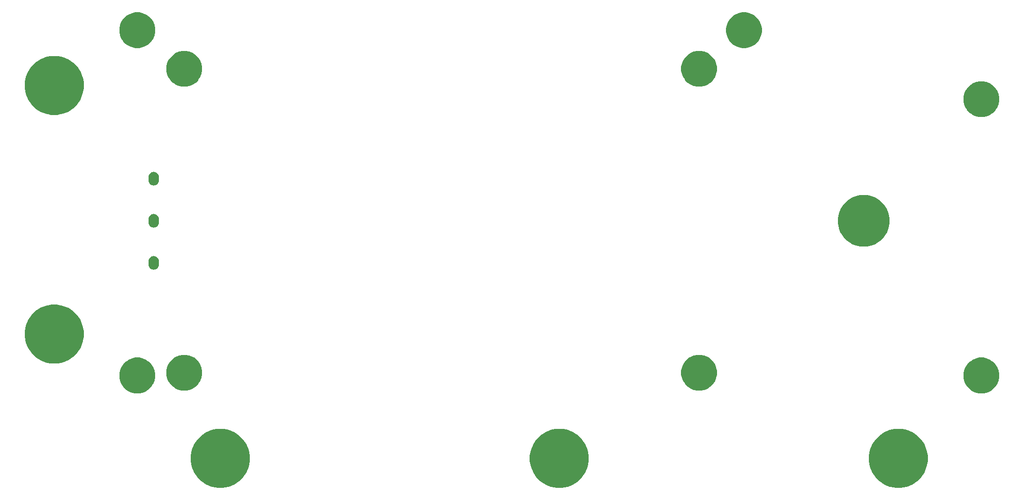
<source format=gbr>
G04 #@! TF.GenerationSoftware,KiCad,Pcbnew,(5.1.4)-1*
G04 #@! TF.CreationDate,2020-03-27T13:23:33-04:00*
G04 #@! TF.ProjectId,stepUP_lcd,73746570-5550-45f6-9c63-642e6b696361,rev?*
G04 #@! TF.SameCoordinates,Original*
G04 #@! TF.FileFunction,Soldermask,Top*
G04 #@! TF.FilePolarity,Negative*
%FSLAX46Y46*%
G04 Gerber Fmt 4.6, Leading zero omitted, Abs format (unit mm)*
G04 Created by KiCad (PCBNEW (5.1.4)-1) date 2020-03-27 13:23:33*
%MOMM*%
%LPD*%
G04 APERTURE LIST*
%ADD10C,0.100000*%
G04 APERTURE END LIST*
D10*
G36*
X207033584Y-112713185D02*
G01*
X207807069Y-112867040D01*
X208778540Y-113269437D01*
X209652836Y-113853623D01*
X209652838Y-113853625D01*
X209652841Y-113853627D01*
X210396373Y-114597159D01*
X210396375Y-114597162D01*
X210396377Y-114597164D01*
X210980563Y-115471460D01*
X211382960Y-116442931D01*
X211588100Y-117474244D01*
X211588100Y-118525756D01*
X211382960Y-119557069D01*
X210980563Y-120528540D01*
X210396377Y-121402836D01*
X210396375Y-121402838D01*
X210396373Y-121402841D01*
X209652841Y-122146373D01*
X209652838Y-122146375D01*
X209652836Y-122146377D01*
X208778540Y-122730563D01*
X207807069Y-123132960D01*
X207033584Y-123286815D01*
X206775757Y-123338100D01*
X205724243Y-123338100D01*
X205466416Y-123286815D01*
X204692931Y-123132960D01*
X203721460Y-122730563D01*
X202847164Y-122146377D01*
X202847162Y-122146375D01*
X202847159Y-122146373D01*
X202103627Y-121402841D01*
X202103625Y-121402838D01*
X202103623Y-121402836D01*
X201519437Y-120528540D01*
X201117040Y-119557069D01*
X200911900Y-118525756D01*
X200911900Y-117474244D01*
X201117040Y-116442931D01*
X201519437Y-115471460D01*
X202103623Y-114597164D01*
X202103625Y-114597162D01*
X202103627Y-114597159D01*
X202847159Y-113853627D01*
X202847162Y-113853625D01*
X202847164Y-113853623D01*
X203721460Y-113269437D01*
X204692931Y-112867040D01*
X205466416Y-112713185D01*
X205724243Y-112661900D01*
X206775757Y-112661900D01*
X207033584Y-112713185D01*
X207033584Y-112713185D01*
G37*
G36*
X84533584Y-112713185D02*
G01*
X85307069Y-112867040D01*
X86278540Y-113269437D01*
X87152836Y-113853623D01*
X87152838Y-113853625D01*
X87152841Y-113853627D01*
X87896373Y-114597159D01*
X87896375Y-114597162D01*
X87896377Y-114597164D01*
X88480563Y-115471460D01*
X88882960Y-116442931D01*
X89088100Y-117474244D01*
X89088100Y-118525756D01*
X88882960Y-119557069D01*
X88480563Y-120528540D01*
X87896377Y-121402836D01*
X87896375Y-121402838D01*
X87896373Y-121402841D01*
X87152841Y-122146373D01*
X87152838Y-122146375D01*
X87152836Y-122146377D01*
X86278540Y-122730563D01*
X85307069Y-123132960D01*
X84533584Y-123286815D01*
X84275757Y-123338100D01*
X83224243Y-123338100D01*
X82966416Y-123286815D01*
X82192931Y-123132960D01*
X81221460Y-122730563D01*
X80347164Y-122146377D01*
X80347162Y-122146375D01*
X80347159Y-122146373D01*
X79603627Y-121402841D01*
X79603625Y-121402838D01*
X79603623Y-121402836D01*
X79019437Y-120528540D01*
X78617040Y-119557069D01*
X78411900Y-118525756D01*
X78411900Y-117474244D01*
X78617040Y-116442931D01*
X79019437Y-115471460D01*
X79603623Y-114597164D01*
X79603625Y-114597162D01*
X79603627Y-114597159D01*
X80347159Y-113853627D01*
X80347162Y-113853625D01*
X80347164Y-113853623D01*
X81221460Y-113269437D01*
X82192931Y-112867040D01*
X82966416Y-112713185D01*
X83224243Y-112661900D01*
X84275757Y-112661900D01*
X84533584Y-112713185D01*
X84533584Y-112713185D01*
G37*
G36*
X145783584Y-112713185D02*
G01*
X146557069Y-112867040D01*
X147528540Y-113269437D01*
X148402836Y-113853623D01*
X148402838Y-113853625D01*
X148402841Y-113853627D01*
X149146373Y-114597159D01*
X149146375Y-114597162D01*
X149146377Y-114597164D01*
X149730563Y-115471460D01*
X150132960Y-116442931D01*
X150338100Y-117474244D01*
X150338100Y-118525756D01*
X150132960Y-119557069D01*
X149730563Y-120528540D01*
X149146377Y-121402836D01*
X149146375Y-121402838D01*
X149146373Y-121402841D01*
X148402841Y-122146373D01*
X148402838Y-122146375D01*
X148402836Y-122146377D01*
X147528540Y-122730563D01*
X146557069Y-123132960D01*
X145783584Y-123286815D01*
X145525757Y-123338100D01*
X144474243Y-123338100D01*
X144216416Y-123286815D01*
X143442931Y-123132960D01*
X142471460Y-122730563D01*
X141597164Y-122146377D01*
X141597162Y-122146375D01*
X141597159Y-122146373D01*
X140853627Y-121402841D01*
X140853625Y-121402838D01*
X140853623Y-121402836D01*
X140269437Y-120528540D01*
X139867040Y-119557069D01*
X139661900Y-118525756D01*
X139661900Y-117474244D01*
X139867040Y-116442931D01*
X140269437Y-115471460D01*
X140853623Y-114597164D01*
X140853625Y-114597162D01*
X140853627Y-114597159D01*
X141597159Y-113853627D01*
X141597162Y-113853625D01*
X141597164Y-113853623D01*
X142471460Y-113269437D01*
X143442931Y-112867040D01*
X144216416Y-112713185D01*
X144474243Y-112661900D01*
X145525757Y-112661900D01*
X145783584Y-112713185D01*
X145783584Y-112713185D01*
G37*
G36*
X69694519Y-99886338D02*
G01*
X69694521Y-99886339D01*
X69694522Y-99886339D01*
X70283817Y-100130433D01*
X70634999Y-100365086D01*
X70814169Y-100484803D01*
X71265197Y-100935831D01*
X71285478Y-100966184D01*
X71619567Y-101466183D01*
X71863661Y-102055478D01*
X71988100Y-102681076D01*
X71988100Y-103318924D01*
X71863661Y-103944522D01*
X71619567Y-104533817D01*
X71599286Y-104564169D01*
X71265197Y-105064169D01*
X70814169Y-105515197D01*
X70666807Y-105613661D01*
X70283817Y-105869567D01*
X69694522Y-106113661D01*
X69694521Y-106113661D01*
X69694519Y-106113662D01*
X69068925Y-106238100D01*
X68431075Y-106238100D01*
X67805481Y-106113662D01*
X67805479Y-106113661D01*
X67805478Y-106113661D01*
X67216183Y-105869567D01*
X66833193Y-105613661D01*
X66685831Y-105515197D01*
X66234803Y-105064169D01*
X65900714Y-104564169D01*
X65880433Y-104533817D01*
X65636339Y-103944522D01*
X65511900Y-103318924D01*
X65511900Y-102681076D01*
X65636339Y-102055478D01*
X65880433Y-101466183D01*
X66214522Y-100966184D01*
X66234803Y-100935831D01*
X66685831Y-100484803D01*
X66865001Y-100365086D01*
X67216183Y-100130433D01*
X67805478Y-99886339D01*
X67805479Y-99886339D01*
X67805481Y-99886338D01*
X68431075Y-99761900D01*
X69068925Y-99761900D01*
X69694519Y-99886338D01*
X69694519Y-99886338D01*
G37*
G36*
X222194519Y-99886338D02*
G01*
X222194521Y-99886339D01*
X222194522Y-99886339D01*
X222783817Y-100130433D01*
X223134999Y-100365086D01*
X223314169Y-100484803D01*
X223765197Y-100935831D01*
X223785478Y-100966184D01*
X224119567Y-101466183D01*
X224363661Y-102055478D01*
X224488100Y-102681076D01*
X224488100Y-103318924D01*
X224363661Y-103944522D01*
X224119567Y-104533817D01*
X224099286Y-104564169D01*
X223765197Y-105064169D01*
X223314169Y-105515197D01*
X223166807Y-105613661D01*
X222783817Y-105869567D01*
X222194522Y-106113661D01*
X222194521Y-106113661D01*
X222194519Y-106113662D01*
X221568925Y-106238100D01*
X220931075Y-106238100D01*
X220305481Y-106113662D01*
X220305479Y-106113661D01*
X220305478Y-106113661D01*
X219716183Y-105869567D01*
X219333193Y-105613661D01*
X219185831Y-105515197D01*
X218734803Y-105064169D01*
X218400714Y-104564169D01*
X218380433Y-104533817D01*
X218136339Y-103944522D01*
X218011900Y-103318924D01*
X218011900Y-102681076D01*
X218136339Y-102055478D01*
X218380433Y-101466183D01*
X218714522Y-100966184D01*
X218734803Y-100935831D01*
X219185831Y-100484803D01*
X219365001Y-100365086D01*
X219716183Y-100130433D01*
X220305478Y-99886339D01*
X220305479Y-99886339D01*
X220305481Y-99886338D01*
X220931075Y-99761900D01*
X221568925Y-99761900D01*
X222194519Y-99886338D01*
X222194519Y-99886338D01*
G37*
G36*
X171194519Y-99386338D02*
G01*
X171194521Y-99386339D01*
X171194522Y-99386339D01*
X171783817Y-99630433D01*
X171980571Y-99761900D01*
X172314169Y-99984803D01*
X172765197Y-100435831D01*
X172765200Y-100435836D01*
X173119567Y-100966183D01*
X173363661Y-101555478D01*
X173488100Y-102181076D01*
X173488100Y-102818924D01*
X173363661Y-103444522D01*
X173119567Y-104033817D01*
X172884914Y-104384999D01*
X172765197Y-104564169D01*
X172314169Y-105015197D01*
X172240877Y-105064169D01*
X171783817Y-105369567D01*
X171194522Y-105613661D01*
X171194521Y-105613661D01*
X171194519Y-105613662D01*
X170568925Y-105738100D01*
X169931075Y-105738100D01*
X169305481Y-105613662D01*
X169305479Y-105613661D01*
X169305478Y-105613661D01*
X168716183Y-105369567D01*
X168259123Y-105064169D01*
X168185831Y-105015197D01*
X167734803Y-104564169D01*
X167615086Y-104384999D01*
X167380433Y-104033817D01*
X167136339Y-103444522D01*
X167011900Y-102818924D01*
X167011900Y-102181076D01*
X167136339Y-101555478D01*
X167380433Y-100966183D01*
X167734800Y-100435836D01*
X167734803Y-100435831D01*
X168185831Y-99984803D01*
X168519429Y-99761900D01*
X168716183Y-99630433D01*
X169305478Y-99386339D01*
X169305479Y-99386339D01*
X169305481Y-99386338D01*
X169931075Y-99261900D01*
X170568925Y-99261900D01*
X171194519Y-99386338D01*
X171194519Y-99386338D01*
G37*
G36*
X78194519Y-99386338D02*
G01*
X78194521Y-99386339D01*
X78194522Y-99386339D01*
X78783817Y-99630433D01*
X78980571Y-99761900D01*
X79314169Y-99984803D01*
X79765197Y-100435831D01*
X79765200Y-100435836D01*
X80119567Y-100966183D01*
X80363661Y-101555478D01*
X80488100Y-102181076D01*
X80488100Y-102818924D01*
X80363661Y-103444522D01*
X80119567Y-104033817D01*
X79884914Y-104384999D01*
X79765197Y-104564169D01*
X79314169Y-105015197D01*
X79240877Y-105064169D01*
X78783817Y-105369567D01*
X78194522Y-105613661D01*
X78194521Y-105613661D01*
X78194519Y-105613662D01*
X77568925Y-105738100D01*
X76931075Y-105738100D01*
X76305481Y-105613662D01*
X76305479Y-105613661D01*
X76305478Y-105613661D01*
X75716183Y-105369567D01*
X75259123Y-105064169D01*
X75185831Y-105015197D01*
X74734803Y-104564169D01*
X74615086Y-104384999D01*
X74380433Y-104033817D01*
X74136339Y-103444522D01*
X74011900Y-102818924D01*
X74011900Y-102181076D01*
X74136339Y-101555478D01*
X74380433Y-100966183D01*
X74734800Y-100435836D01*
X74734803Y-100435831D01*
X75185831Y-99984803D01*
X75519429Y-99761900D01*
X75716183Y-99630433D01*
X76305478Y-99386339D01*
X76305479Y-99386339D01*
X76305481Y-99386338D01*
X76931075Y-99261900D01*
X77568925Y-99261900D01*
X78194519Y-99386338D01*
X78194519Y-99386338D01*
G37*
G36*
X54533584Y-90213185D02*
G01*
X55307069Y-90367040D01*
X56278540Y-90769437D01*
X57152836Y-91353623D01*
X57152838Y-91353625D01*
X57152841Y-91353627D01*
X57896373Y-92097159D01*
X57896375Y-92097162D01*
X57896377Y-92097164D01*
X58480563Y-92971460D01*
X58882960Y-93942931D01*
X59088100Y-94974244D01*
X59088100Y-96025756D01*
X58882960Y-97057069D01*
X58480563Y-98028540D01*
X57896377Y-98902836D01*
X57896375Y-98902838D01*
X57896373Y-98902841D01*
X57152841Y-99646373D01*
X57152838Y-99646375D01*
X57152836Y-99646377D01*
X56278540Y-100230563D01*
X55307069Y-100632960D01*
X54533584Y-100786815D01*
X54275757Y-100838100D01*
X53224243Y-100838100D01*
X52966416Y-100786815D01*
X52192931Y-100632960D01*
X51221460Y-100230563D01*
X50347164Y-99646377D01*
X50347162Y-99646375D01*
X50347159Y-99646373D01*
X49603627Y-98902841D01*
X49603625Y-98902838D01*
X49603623Y-98902836D01*
X49019437Y-98028540D01*
X48617040Y-97057069D01*
X48411900Y-96025756D01*
X48411900Y-94974244D01*
X48617040Y-93942931D01*
X49019437Y-92971460D01*
X49603623Y-92097164D01*
X49603625Y-92097162D01*
X49603627Y-92097159D01*
X50347159Y-91353627D01*
X50347162Y-91353625D01*
X50347164Y-91353623D01*
X51221460Y-90769437D01*
X52192931Y-90367040D01*
X52966416Y-90213185D01*
X53224243Y-90161900D01*
X54275757Y-90161900D01*
X54533584Y-90213185D01*
X54533584Y-90213185D01*
G37*
G36*
X71913899Y-81395474D02*
G01*
X72090731Y-81449115D01*
X72090734Y-81449116D01*
X72189091Y-81501689D01*
X72253701Y-81536224D01*
X72253702Y-81536225D01*
X72253704Y-81536226D01*
X72396547Y-81653453D01*
X72513775Y-81796296D01*
X72600884Y-81959265D01*
X72600884Y-81959266D01*
X72600885Y-81959268D01*
X72654526Y-82136100D01*
X72668100Y-82273916D01*
X72668100Y-82966084D01*
X72654526Y-83103900D01*
X72600885Y-83280732D01*
X72600884Y-83280735D01*
X72513775Y-83443704D01*
X72396547Y-83586547D01*
X72253704Y-83703775D01*
X72090735Y-83790884D01*
X72090732Y-83790885D01*
X71913900Y-83844526D01*
X71730000Y-83862639D01*
X71546101Y-83844526D01*
X71369269Y-83790885D01*
X71369266Y-83790884D01*
X71206297Y-83703775D01*
X71063454Y-83586547D01*
X70946226Y-83443704D01*
X70859117Y-83280735D01*
X70859116Y-83280732D01*
X70805474Y-83103900D01*
X70791900Y-82966084D01*
X70791900Y-82273917D01*
X70805474Y-82136101D01*
X70859115Y-81959269D01*
X70859116Y-81959266D01*
X70946226Y-81796296D01*
X71063453Y-81653453D01*
X71206296Y-81536225D01*
X71369265Y-81449116D01*
X71369268Y-81449115D01*
X71546100Y-81395474D01*
X71730000Y-81377361D01*
X71913899Y-81395474D01*
X71913899Y-81395474D01*
G37*
G36*
X200688170Y-70356940D02*
G01*
X201367471Y-70492061D01*
X202081269Y-70787726D01*
X202220648Y-70845459D01*
X202988490Y-71358515D01*
X203641485Y-72011510D01*
X204154541Y-72779352D01*
X204154542Y-72779355D01*
X204507939Y-73632529D01*
X204688100Y-74538263D01*
X204688100Y-75461737D01*
X204507939Y-76367471D01*
X204212274Y-77081269D01*
X204154541Y-77220648D01*
X203641485Y-77988490D01*
X202988490Y-78641485D01*
X202220648Y-79154541D01*
X202081269Y-79212274D01*
X201367471Y-79507939D01*
X200688171Y-79643060D01*
X200461738Y-79688100D01*
X199538262Y-79688100D01*
X199311830Y-79643060D01*
X198632529Y-79507939D01*
X197918731Y-79212274D01*
X197779352Y-79154541D01*
X197011510Y-78641485D01*
X196358515Y-77988490D01*
X195845459Y-77220648D01*
X195787726Y-77081269D01*
X195492061Y-76367471D01*
X195311900Y-75461737D01*
X195311900Y-74538263D01*
X195492061Y-73632529D01*
X195845458Y-72779355D01*
X195845459Y-72779352D01*
X196358515Y-72011510D01*
X197011510Y-71358515D01*
X197779352Y-70845459D01*
X197918731Y-70787726D01*
X198632529Y-70492061D01*
X199311830Y-70356940D01*
X199538262Y-70311900D01*
X200461738Y-70311900D01*
X200688170Y-70356940D01*
X200688170Y-70356940D01*
G37*
G36*
X71913899Y-73775474D02*
G01*
X72090731Y-73829115D01*
X72090734Y-73829116D01*
X72189091Y-73881689D01*
X72253701Y-73916224D01*
X72253702Y-73916225D01*
X72253704Y-73916226D01*
X72396547Y-74033453D01*
X72513775Y-74176296D01*
X72600884Y-74339265D01*
X72600884Y-74339266D01*
X72600885Y-74339268D01*
X72654526Y-74516100D01*
X72668100Y-74653916D01*
X72668100Y-75346084D01*
X72654526Y-75483900D01*
X72600885Y-75660732D01*
X72600884Y-75660735D01*
X72513775Y-75823704D01*
X72396547Y-75966547D01*
X72253704Y-76083775D01*
X72090735Y-76170884D01*
X72090732Y-76170885D01*
X71913900Y-76224526D01*
X71730000Y-76242639D01*
X71546101Y-76224526D01*
X71369269Y-76170885D01*
X71369266Y-76170884D01*
X71206297Y-76083775D01*
X71063454Y-75966547D01*
X70946226Y-75823704D01*
X70859117Y-75660735D01*
X70859116Y-75660732D01*
X70805474Y-75483900D01*
X70791900Y-75346084D01*
X70791900Y-74653917D01*
X70805474Y-74516101D01*
X70859115Y-74339269D01*
X70859116Y-74339266D01*
X70946226Y-74176296D01*
X71063453Y-74033453D01*
X71206296Y-73916225D01*
X71369265Y-73829116D01*
X71369268Y-73829115D01*
X71546100Y-73775474D01*
X71730000Y-73757361D01*
X71913899Y-73775474D01*
X71913899Y-73775474D01*
G37*
G36*
X71913899Y-66155474D02*
G01*
X72090731Y-66209115D01*
X72090734Y-66209116D01*
X72189091Y-66261689D01*
X72253701Y-66296224D01*
X72253702Y-66296225D01*
X72253704Y-66296226D01*
X72396547Y-66413453D01*
X72513775Y-66556296D01*
X72600884Y-66719265D01*
X72600884Y-66719266D01*
X72600885Y-66719268D01*
X72654526Y-66896100D01*
X72668100Y-67033916D01*
X72668100Y-67726084D01*
X72654526Y-67863900D01*
X72600885Y-68040732D01*
X72600884Y-68040735D01*
X72513775Y-68203704D01*
X72396547Y-68346547D01*
X72253704Y-68463775D01*
X72090735Y-68550884D01*
X72090732Y-68550885D01*
X71913900Y-68604526D01*
X71730000Y-68622639D01*
X71546101Y-68604526D01*
X71369269Y-68550885D01*
X71369266Y-68550884D01*
X71206297Y-68463775D01*
X71063454Y-68346547D01*
X70946226Y-68203704D01*
X70859117Y-68040735D01*
X70859116Y-68040732D01*
X70805474Y-67863900D01*
X70791900Y-67726084D01*
X70791900Y-67033917D01*
X70805474Y-66896101D01*
X70859115Y-66719269D01*
X70859116Y-66719266D01*
X70946226Y-66556296D01*
X71063453Y-66413453D01*
X71206296Y-66296225D01*
X71369265Y-66209116D01*
X71369268Y-66209115D01*
X71546100Y-66155474D01*
X71730000Y-66137361D01*
X71913899Y-66155474D01*
X71913899Y-66155474D01*
G37*
G36*
X222194519Y-49886338D02*
G01*
X222194521Y-49886339D01*
X222194522Y-49886339D01*
X222783817Y-50130433D01*
X223134999Y-50365086D01*
X223314169Y-50484803D01*
X223765197Y-50935831D01*
X223884914Y-51115001D01*
X224119567Y-51466183D01*
X224119567Y-51466184D01*
X224363662Y-52055481D01*
X224488100Y-52681075D01*
X224488100Y-53318924D01*
X224363661Y-53944522D01*
X224119567Y-54533817D01*
X223884914Y-54884999D01*
X223765197Y-55064169D01*
X223314169Y-55515197D01*
X223137924Y-55632960D01*
X222783817Y-55869567D01*
X222194522Y-56113661D01*
X222194521Y-56113661D01*
X222194519Y-56113662D01*
X221568925Y-56238100D01*
X220931075Y-56238100D01*
X220305481Y-56113662D01*
X220305479Y-56113661D01*
X220305478Y-56113661D01*
X219716183Y-55869567D01*
X219362076Y-55632960D01*
X219185831Y-55515197D01*
X218734803Y-55064169D01*
X218615086Y-54884999D01*
X218380433Y-54533817D01*
X218136339Y-53944522D01*
X218011900Y-53318924D01*
X218011900Y-52681075D01*
X218136338Y-52055481D01*
X218380433Y-51466184D01*
X218380433Y-51466183D01*
X218615086Y-51115001D01*
X218734803Y-50935831D01*
X219185831Y-50484803D01*
X219365001Y-50365086D01*
X219716183Y-50130433D01*
X220305478Y-49886339D01*
X220305479Y-49886339D01*
X220305481Y-49886338D01*
X220931075Y-49761900D01*
X221568925Y-49761900D01*
X222194519Y-49886338D01*
X222194519Y-49886338D01*
G37*
G36*
X54533584Y-45213185D02*
G01*
X55307069Y-45367040D01*
X56278540Y-45769437D01*
X57152836Y-46353623D01*
X57152838Y-46353625D01*
X57152841Y-46353627D01*
X57896373Y-47097159D01*
X57896375Y-47097162D01*
X57896377Y-47097164D01*
X58480563Y-47971460D01*
X58882960Y-48942931D01*
X58901038Y-49033816D01*
X59070615Y-49886338D01*
X59088100Y-49974244D01*
X59088100Y-51025756D01*
X58882960Y-52057069D01*
X58480563Y-53028540D01*
X57896377Y-53902836D01*
X57896375Y-53902838D01*
X57896373Y-53902841D01*
X57152841Y-54646373D01*
X57152838Y-54646375D01*
X57152836Y-54646377D01*
X56278540Y-55230563D01*
X55307069Y-55632960D01*
X54533584Y-55786815D01*
X54275757Y-55838100D01*
X53224243Y-55838100D01*
X52966416Y-55786815D01*
X52192931Y-55632960D01*
X51221460Y-55230563D01*
X50347164Y-54646377D01*
X50347162Y-54646375D01*
X50347159Y-54646373D01*
X49603627Y-53902841D01*
X49603625Y-53902838D01*
X49603623Y-53902836D01*
X49019437Y-53028540D01*
X48617040Y-52057069D01*
X48411900Y-51025756D01*
X48411900Y-49974244D01*
X48429386Y-49886338D01*
X48598962Y-49033816D01*
X48617040Y-48942931D01*
X49019437Y-47971460D01*
X49603623Y-47097164D01*
X49603625Y-47097162D01*
X49603627Y-47097159D01*
X50347159Y-46353627D01*
X50347162Y-46353625D01*
X50347164Y-46353623D01*
X51221460Y-45769437D01*
X52192931Y-45367040D01*
X52966416Y-45213185D01*
X53224243Y-45161900D01*
X54275757Y-45161900D01*
X54533584Y-45213185D01*
X54533584Y-45213185D01*
G37*
G36*
X171194519Y-44386338D02*
G01*
X171194521Y-44386339D01*
X171194522Y-44386339D01*
X171783817Y-44630433D01*
X172134999Y-44865086D01*
X172314169Y-44984803D01*
X172765197Y-45435831D01*
X172765200Y-45435836D01*
X173119567Y-45966183D01*
X173363661Y-46555478D01*
X173488100Y-47181076D01*
X173488100Y-47818924D01*
X173363661Y-48444522D01*
X173119567Y-49033817D01*
X172884914Y-49384999D01*
X172765197Y-49564169D01*
X172314169Y-50015197D01*
X172141706Y-50130433D01*
X171783817Y-50369567D01*
X171194522Y-50613661D01*
X171194521Y-50613661D01*
X171194519Y-50613662D01*
X170568925Y-50738100D01*
X169931075Y-50738100D01*
X169305481Y-50613662D01*
X169305479Y-50613661D01*
X169305478Y-50613661D01*
X168716183Y-50369567D01*
X168358294Y-50130433D01*
X168185831Y-50015197D01*
X167734803Y-49564169D01*
X167615086Y-49384999D01*
X167380433Y-49033817D01*
X167136339Y-48444522D01*
X167011900Y-47818924D01*
X167011900Y-47181076D01*
X167136339Y-46555478D01*
X167380433Y-45966183D01*
X167734800Y-45435836D01*
X167734803Y-45435831D01*
X168185831Y-44984803D01*
X168365001Y-44865086D01*
X168716183Y-44630433D01*
X169305478Y-44386339D01*
X169305479Y-44386339D01*
X169305481Y-44386338D01*
X169931075Y-44261900D01*
X170568925Y-44261900D01*
X171194519Y-44386338D01*
X171194519Y-44386338D01*
G37*
G36*
X78194519Y-44386338D02*
G01*
X78194521Y-44386339D01*
X78194522Y-44386339D01*
X78783817Y-44630433D01*
X79134999Y-44865086D01*
X79314169Y-44984803D01*
X79765197Y-45435831D01*
X79765200Y-45435836D01*
X80119567Y-45966183D01*
X80363661Y-46555478D01*
X80488100Y-47181076D01*
X80488100Y-47818924D01*
X80363661Y-48444522D01*
X80119567Y-49033817D01*
X79884914Y-49384999D01*
X79765197Y-49564169D01*
X79314169Y-50015197D01*
X79141706Y-50130433D01*
X78783817Y-50369567D01*
X78194522Y-50613661D01*
X78194521Y-50613661D01*
X78194519Y-50613662D01*
X77568925Y-50738100D01*
X76931075Y-50738100D01*
X76305481Y-50613662D01*
X76305479Y-50613661D01*
X76305478Y-50613661D01*
X75716183Y-50369567D01*
X75358294Y-50130433D01*
X75185831Y-50015197D01*
X74734803Y-49564169D01*
X74615086Y-49384999D01*
X74380433Y-49033817D01*
X74136339Y-48444522D01*
X74011900Y-47818924D01*
X74011900Y-47181076D01*
X74136339Y-46555478D01*
X74380433Y-45966183D01*
X74734800Y-45435836D01*
X74734803Y-45435831D01*
X75185831Y-44984803D01*
X75365001Y-44865086D01*
X75716183Y-44630433D01*
X76305478Y-44386339D01*
X76305479Y-44386339D01*
X76305481Y-44386338D01*
X76931075Y-44261900D01*
X77568925Y-44261900D01*
X78194519Y-44386338D01*
X78194519Y-44386338D01*
G37*
G36*
X69694519Y-37386338D02*
G01*
X69694521Y-37386339D01*
X69694522Y-37386339D01*
X70283817Y-37630433D01*
X70634999Y-37865086D01*
X70814169Y-37984803D01*
X71265197Y-38435831D01*
X71265200Y-38435836D01*
X71619567Y-38966183D01*
X71863661Y-39555478D01*
X71988100Y-40181076D01*
X71988100Y-40818924D01*
X71863661Y-41444522D01*
X71619567Y-42033817D01*
X71384914Y-42384999D01*
X71265197Y-42564169D01*
X70814169Y-43015197D01*
X70634999Y-43134914D01*
X70283817Y-43369567D01*
X69694522Y-43613661D01*
X69694521Y-43613661D01*
X69694519Y-43613662D01*
X69068925Y-43738100D01*
X68431075Y-43738100D01*
X67805481Y-43613662D01*
X67805479Y-43613661D01*
X67805478Y-43613661D01*
X67216183Y-43369567D01*
X66865001Y-43134914D01*
X66685831Y-43015197D01*
X66234803Y-42564169D01*
X66115086Y-42384999D01*
X65880433Y-42033817D01*
X65636339Y-41444522D01*
X65511900Y-40818924D01*
X65511900Y-40181076D01*
X65636339Y-39555478D01*
X65880433Y-38966183D01*
X66234800Y-38435836D01*
X66234803Y-38435831D01*
X66685831Y-37984803D01*
X66865001Y-37865086D01*
X67216183Y-37630433D01*
X67805478Y-37386339D01*
X67805479Y-37386339D01*
X67805481Y-37386338D01*
X68431075Y-37261900D01*
X69068925Y-37261900D01*
X69694519Y-37386338D01*
X69694519Y-37386338D01*
G37*
G36*
X179307767Y-37386338D02*
G01*
X179307769Y-37386339D01*
X179307770Y-37386339D01*
X179897065Y-37630433D01*
X180248247Y-37865086D01*
X180427417Y-37984803D01*
X180878445Y-38435831D01*
X180878448Y-38435836D01*
X181232815Y-38966183D01*
X181476909Y-39555478D01*
X181601348Y-40181076D01*
X181601348Y-40818924D01*
X181476909Y-41444522D01*
X181232815Y-42033817D01*
X180998162Y-42384999D01*
X180878445Y-42564169D01*
X180427417Y-43015197D01*
X180248247Y-43134914D01*
X179897065Y-43369567D01*
X179307770Y-43613661D01*
X179307769Y-43613661D01*
X179307767Y-43613662D01*
X178682173Y-43738100D01*
X178044323Y-43738100D01*
X177418729Y-43613662D01*
X177418727Y-43613661D01*
X177418726Y-43613661D01*
X176829431Y-43369567D01*
X176478249Y-43134914D01*
X176299079Y-43015197D01*
X175848051Y-42564169D01*
X175728334Y-42384999D01*
X175493681Y-42033817D01*
X175249587Y-41444522D01*
X175125148Y-40818924D01*
X175125148Y-40181076D01*
X175249587Y-39555478D01*
X175493681Y-38966183D01*
X175848048Y-38435836D01*
X175848051Y-38435831D01*
X176299079Y-37984803D01*
X176478249Y-37865086D01*
X176829431Y-37630433D01*
X177418726Y-37386339D01*
X177418727Y-37386339D01*
X177418729Y-37386338D01*
X178044323Y-37261900D01*
X178682173Y-37261900D01*
X179307767Y-37386338D01*
X179307767Y-37386338D01*
G37*
M02*

</source>
